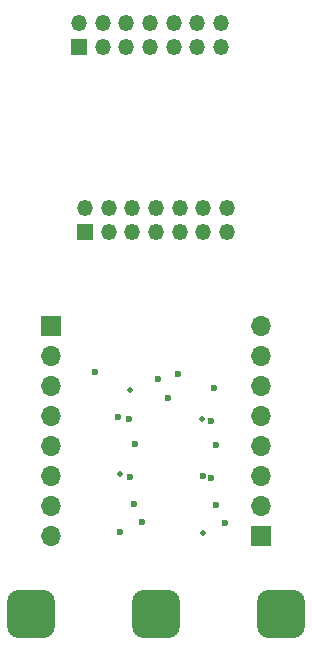
<source format=gbr>
%TF.GenerationSoftware,KiCad,Pcbnew,(6.0.0)*%
%TF.CreationDate,2022-06-29T15:28:05+09:00*%
%TF.ProjectId,TipLets_Board,5469704c-6574-4735-9f42-6f6172642e6b,rev?*%
%TF.SameCoordinates,Original*%
%TF.FileFunction,Soldermask,Bot*%
%TF.FilePolarity,Negative*%
%FSLAX46Y46*%
G04 Gerber Fmt 4.6, Leading zero omitted, Abs format (unit mm)*
G04 Created by KiCad (PCBNEW (6.0.0)) date 2022-06-29 15:28:05*
%MOMM*%
%LPD*%
G01*
G04 APERTURE LIST*
G04 Aperture macros list*
%AMRoundRect*
0 Rectangle with rounded corners*
0 $1 Rounding radius*
0 $2 $3 $4 $5 $6 $7 $8 $9 X,Y pos of 4 corners*
0 Add a 4 corners polygon primitive as box body*
4,1,4,$2,$3,$4,$5,$6,$7,$8,$9,$2,$3,0*
0 Add four circle primitives for the rounded corners*
1,1,$1+$1,$2,$3*
1,1,$1+$1,$4,$5*
1,1,$1+$1,$6,$7*
1,1,$1+$1,$8,$9*
0 Add four rect primitives between the rounded corners*
20,1,$1+$1,$2,$3,$4,$5,0*
20,1,$1+$1,$4,$5,$6,$7,0*
20,1,$1+$1,$6,$7,$8,$9,0*
20,1,$1+$1,$8,$9,$2,$3,0*%
G04 Aperture macros list end*
%ADD10R,1.350000X1.350000*%
%ADD11O,1.350000X1.350000*%
%ADD12O,1.700000X1.700000*%
%ADD13R,1.700000X1.700000*%
%ADD14RoundRect,1.015000X-1.015000X-1.015000X1.015000X-1.015000X1.015000X1.015000X-1.015000X1.015000X0*%
%ADD15C,0.600000*%
%ADD16C,0.500000*%
G04 APERTURE END LIST*
D10*
%TO.C,J3*%
X23685000Y-79317000D03*
D11*
X23685000Y-77317000D03*
X25685000Y-79317000D03*
X25685000Y-77317000D03*
X27685000Y-79317000D03*
X27685000Y-77317000D03*
X29685000Y-79317000D03*
X29685000Y-77317000D03*
X31685000Y-79317000D03*
X31685000Y-77317000D03*
X33685000Y-79317000D03*
X33685000Y-77317000D03*
X35685000Y-79317000D03*
X35685000Y-77317000D03*
%TD*%
D12*
%TO.C,J1*%
X21325000Y-120737000D03*
X21325000Y-118197000D03*
X21325000Y-115657000D03*
X21325000Y-113117000D03*
X21325000Y-110577000D03*
X21325000Y-108037000D03*
X21325000Y-105497000D03*
D13*
X21325000Y-102957000D03*
%TD*%
D11*
%TO.C,J4*%
X36185000Y-93000000D03*
X36185000Y-95000000D03*
X34185000Y-93000000D03*
X34185000Y-95000000D03*
X32185000Y-93000000D03*
X32185000Y-95000000D03*
X30185000Y-93000000D03*
X30185000Y-95000000D03*
X28185000Y-93000000D03*
X28185000Y-95000000D03*
X26185000Y-93000000D03*
X26185000Y-95000000D03*
X24185000Y-93000000D03*
D10*
X24185000Y-95000000D03*
%TD*%
D12*
%TO.C,J2*%
X39085000Y-102952000D03*
X39085000Y-105492000D03*
X39085000Y-108032000D03*
X39085000Y-110572000D03*
X39085000Y-113112000D03*
X39085000Y-115652000D03*
X39085000Y-118192000D03*
D13*
X39085000Y-120732000D03*
%TD*%
D14*
%TO.C,B1*%
X30185000Y-127394209D03*
X40730000Y-127394209D03*
X19640000Y-127394209D03*
%TD*%
D15*
X35105000Y-108258170D03*
X35993000Y-119680170D03*
X27951000Y-115735170D03*
X35245560Y-118114000D03*
X29005000Y-119577170D03*
X27905000Y-110858170D03*
X25058000Y-106868170D03*
X28368540Y-112928170D03*
X34833037Y-115828439D03*
X34832000Y-110991170D03*
X28296000Y-118021170D03*
D16*
X28005000Y-108388170D03*
D15*
X35231000Y-113050170D03*
X32017000Y-107007170D03*
X34129000Y-115649170D03*
D16*
X34127000Y-120534170D03*
X27173000Y-115516170D03*
D15*
X27176000Y-120408170D03*
D16*
X34085000Y-110826170D03*
D15*
X27005000Y-110658170D03*
X31235000Y-109038170D03*
X30375000Y-107428170D03*
M02*

</source>
